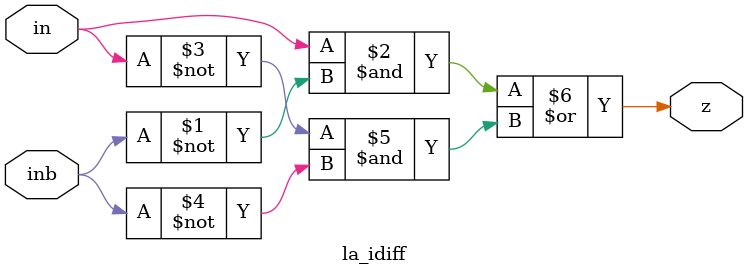
<source format=v>

module la_idiff
  #(
    parameter PROP = "DEFAULT"
    )
   (
    input  in, // positive input
    input  inb, // negative input
    output z // output
    );

   assign z = (in & ~inb)  | // for proper diff inputs
              (~in & ~inb);  // fail on non diff input

endmodule

</source>
